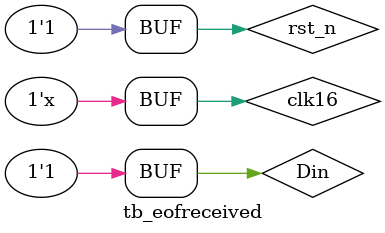
<source format=v>
module tb_eofreceived ();

reg Din, clk16, rst_n;
wire eof_rcv_out;

initial begin
    clk16 = 1'b0;
    rst_n = 1'b1;
    Din = 1'b1;
    #20 rst_n = 1'b0;
    #20 rst_n = 1'b1;
    #20 
    Din = 1'b0;
    #10
    Din = 1'b1;
    #40
    Din = 1'b0;
    #10
    Din = 1'b1;
    #20 


    Din = 1'b1;
    #60
    Din = 1'b0;
    #10
    Din = 1'b1;
end
    

always #5 clk16 = ~clk16;

eof_received DUT (.Din(Din), .clk16(clk16), .rst_n(rst_n), .eof_rcv_out(eof_rcv_out));

endmodule
</source>
